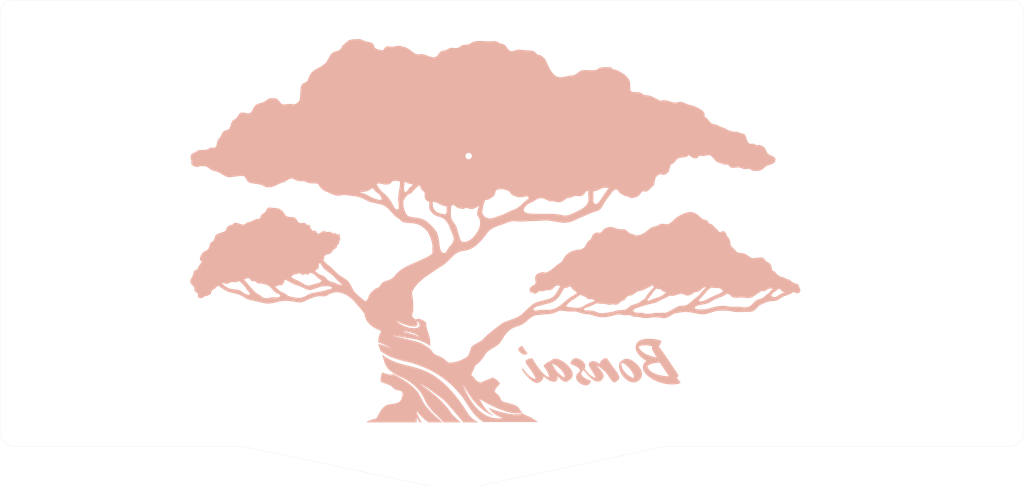
<source format=kicad_pcb>
(kicad_pcb (version 20171130) (host pcbnew "(5.1.6)-1")
  (layers (0 F.Cu signal) (31 B.Cu signal) (34 B.Paste user) (35 F.Paste user) (36 B.SilkS user) (37 F.SilkS user) (38 B.Mask user) (39 F.Mask user) (44 Edge.Cuts user))
  (net 0 "")
  (module "Art:Bonsai Backplate Art" (layer B.Cu) (at 194.46875 137.31875 180)
    (fp_text reference G*** hide)
    (fp_text value LOGO hide)
  )
  (module MountingHole:MountingHole_2.2mm_M2 (layer F.Cu) (at 379.609106 80.151879)
    (fp_text reference H12 hide)
    (fp_text value MountingHole)
    (pad 1 np_thru_hole circle (at 0 0) (size 2.2 2.2) (drill 2.2) (layers *.Cu *.Mask))
  )
  (module MountingHole:MountingHole_2.2mm_M2 (layer F.Cu) (at 379.609107 63.151879)
    (fp_text reference H11 hide)
    (fp_text value MountingHole)
    (pad 1 np_thru_hole circle (at 0 0) (size 2.2 2.2) (drill 2.2) (layers *.Cu *.Mask))
  )
  (module MountingHole:MountingHole_2.2mm_M2 (layer F.Cu) (at 185.813966 61.65188)
    (fp_text reference H10 hide)
    (fp_text value MountingHole)
    (pad 1 np_thru_hole circle (at 0 0) (size 2.2 2.2) (drill 2.2) (layers *.Cu *.Mask))
  )
  (module MountingHole:MountingHole_2.2mm_M2 (layer F.Cu) (at 41.609105 80.151879)
    (fp_text reference H9 hide)
    (fp_text value MountingHole)
    (pad 1 np_thru_hole circle (at 0 0) (size 2.2 2.2) (drill 2.2) (layers *.Cu *.Mask))
  )
  (module MountingHole:MountingHole_2.2mm_M2 (layer F.Cu) (at 41.609107 63.151879)
    (fp_text reference H8 hide)
    (fp_text value MountingHole)
    (pad 1 np_thru_hole circle (at 0 0) (size 2.2 2.2) (drill 2.2) (layers *.Cu *.Mask))
  )
  (module MountingHole:MountingHole_2.2mm_M2 (layer F.Cu) (at 287.350467 196.15188)
    (fp_text reference H7 hide)
    (fp_text value MountingHole)
    (pad 1 np_thru_hole circle (at 0 0) (size 2.2 2.2) (drill 2.2) (layers *.Cu *.Mask))
  )
  (module MountingHole:MountingHole_2.2mm_M2 (layer F.Cu) (at 379.609105 179.642799)
    (fp_text reference H6 hide)
    (fp_text value MountingHole)
    (pad 1 np_thru_hole circle (at 0 0) (size 2.2 2.2) (drill 2.2) (layers *.Cu *.Mask))
  )
  (module MountingHole:MountingHole_2.2mm_M2 (layer F.Cu) (at 379.609108 95.151879)
    (fp_text reference H5 hide)
    (fp_text value MountingHole)
    (pad 1 np_thru_hole circle (at 0 0) (size 2.2 2.2) (drill 2.2) (layers *.Cu *.Mask))
  )
  (module MountingHole:MountingHole_2.2mm_M2 (layer F.Cu) (at 191.302905 214.151879)
    (fp_text reference H4 hide)
    (fp_text value MountingHole)
    (pad 1 np_thru_hole circle (at 0 0) (size 2.2 2.2) (drill 2.2) (layers *.Cu *.Mask))
  )
  (module MountingHole:MountingHole_2.2mm_M2 (layer F.Cu) (at 195.719966 111.446339)
    (fp_text reference H3 hide)
    (fp_text value MountingHole)
    (pad 1 np_thru_hole circle (at 0 0) (size 2.2 2.2) (drill 2.2) (layers *.Cu *.Mask))
  )
  (module MountingHole:MountingHole_2.2mm_M2 (layer F.Cu) (at 90.376005 196.15188)
    (fp_text reference H2 hide)
    (fp_text value MountingHole)
    (pad 1 np_thru_hole circle (at 0 0) (size 2.2 2.2) (drill 2.2) (layers *.Cu *.Mask))
  )
  (module MountingHole:MountingHole_2.2mm_M2 (layer F.Cu) (at 41.609106 95.151881)
    (fp_text reference H1 hide)
    (fp_text value MountingHole)
    (pad 1 np_thru_hole circle (at 0 0) (size 2.2 2.2) (drill 2.2) (layers *.Cu *.Mask))
  )
  (gr_arc (start 41.03497 205.47203) (end 36.23437 205.474569) (angle -90) (layer Edge.Cuts) (width 0.05))
  (gr_line (start 384.699511 205.484733) (end 384.70205 63.04915) (layer Edge.Cuts) (width 0.05))
  (gr_line (start 118.54307 210.27263) (end 182.707176 223.91107) (layer Edge.Cuts) (width 0.05))
  (gr_line (start 36.23691 63.08725) (end 36.23437 205.474569) (layer Edge.Cuts) (width 0.05))
  (gr_line (start 182.707175 223.911258) (end 198.897729 223.911259) (layer Edge.Cuts) (width 0.05))
  (gr_line (start 198.897729 223.911259) (end 263.067695 210.27151) (layer Edge.Cuts) (width 0.05))
  (gr_line (start 41.037509 210.27263) (end 118.54307 210.27263) (layer Edge.Cuts) (width 0.05))
  (gr_arc (start 41.03497 63.087251) (end 41.032431 58.289192) (angle -89.96966873) (layer Edge.Cuts) (width 0.05))
  (gr_line (start 379.865891 58.289191) (end 41.03243 58.28919) (layer Edge.Cuts) (width 0.05))
  (gr_line (start 379.89129 210.27263) (end 263.067695 210.27151) (layer Edge.Cuts) (width 0.05))
  (gr_arc (start 379.903991 63.08725) (end 384.70205 63.04915) (angle -90) (layer Edge.Cuts) (width 0.05))
  (gr_arc (start 379.901452 205.474571) (end 379.89129 210.27263) (angle -90) (layer Edge.Cuts) (width 0.05))
)
</source>
